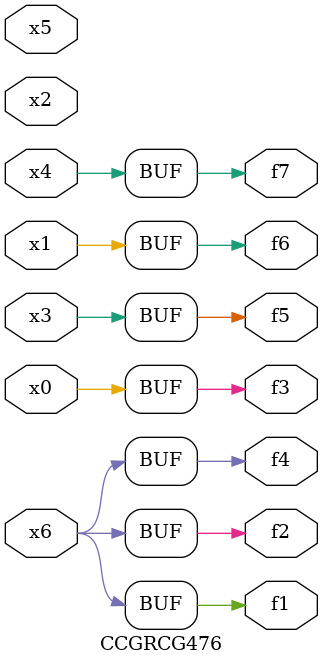
<source format=v>
module CCGRCG476(
	input x0, x1, x2, x3, x4, x5, x6,
	output f1, f2, f3, f4, f5, f6, f7
);
	assign f1 = x6;
	assign f2 = x6;
	assign f3 = x0;
	assign f4 = x6;
	assign f5 = x3;
	assign f6 = x1;
	assign f7 = x4;
endmodule

</source>
